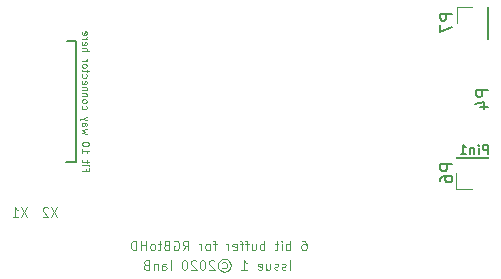
<source format=gbo>
G04 #@! TF.GenerationSoftware,KiCad,Pcbnew,(5.1.4)-1*
G04 #@! TF.CreationDate,2020-03-17T17:23:08+00:00*
G04 #@! TF.ProjectId,buffer,62756666-6572-42e6-9b69-6361645f7063,rev?*
G04 #@! TF.SameCoordinates,Original*
G04 #@! TF.FileFunction,Legend,Bot*
G04 #@! TF.FilePolarity,Positive*
%FSLAX46Y46*%
G04 Gerber Fmt 4.6, Leading zero omitted, Abs format (unit mm)*
G04 Created by KiCad (PCBNEW (5.1.4)-1) date 2020-03-17 17:23:08*
%MOMM*%
%LPD*%
G04 APERTURE LIST*
%ADD10C,0.150000*%
%ADD11C,0.120000*%
%ADD12C,0.100000*%
G04 APERTURE END LIST*
D10*
X77374857Y-43882864D02*
X77374857Y-43082864D01*
X77070095Y-43082864D01*
X76993904Y-43120960D01*
X76955809Y-43159055D01*
X76917714Y-43235245D01*
X76917714Y-43349531D01*
X76955809Y-43425721D01*
X76993904Y-43463817D01*
X77070095Y-43501912D01*
X77374857Y-43501912D01*
X76574857Y-43882864D02*
X76574857Y-43349531D01*
X76574857Y-43082864D02*
X76612952Y-43120960D01*
X76574857Y-43159055D01*
X76536761Y-43120960D01*
X76574857Y-43082864D01*
X76574857Y-43159055D01*
X76193904Y-43349531D02*
X76193904Y-43882864D01*
X76193904Y-43425721D02*
X76155809Y-43387626D01*
X76079619Y-43349531D01*
X75965333Y-43349531D01*
X75889142Y-43387626D01*
X75851047Y-43463817D01*
X75851047Y-43882864D01*
X75051047Y-43882864D02*
X75508190Y-43882864D01*
X75279619Y-43882864D02*
X75279619Y-43082864D01*
X75355809Y-43197150D01*
X75432000Y-43273340D01*
X75508190Y-43311436D01*
D11*
X40925219Y-48390864D02*
X40391885Y-49190864D01*
X40391885Y-48390864D02*
X40925219Y-49190864D01*
X40125219Y-48467055D02*
X40087123Y-48428960D01*
X40010933Y-48390864D01*
X39820457Y-48390864D01*
X39744266Y-48428960D01*
X39706171Y-48467055D01*
X39668076Y-48543245D01*
X39668076Y-48619436D01*
X39706171Y-48733721D01*
X40163314Y-49190864D01*
X39668076Y-49190864D01*
X38385219Y-48390864D02*
X37851885Y-49190864D01*
X37851885Y-48390864D02*
X38385219Y-49190864D01*
X37128076Y-49190864D02*
X37585219Y-49190864D01*
X37356647Y-49190864D02*
X37356647Y-48390864D01*
X37432838Y-48505150D01*
X37509028Y-48581340D01*
X37585219Y-48619436D01*
D12*
X43317657Y-45145245D02*
X43317657Y-45345245D01*
X43003371Y-45345245D02*
X43603371Y-45345245D01*
X43603371Y-45059531D01*
X43003371Y-44830960D02*
X43403371Y-44830960D01*
X43603371Y-44830960D02*
X43574800Y-44859531D01*
X43546228Y-44830960D01*
X43574800Y-44802388D01*
X43603371Y-44830960D01*
X43546228Y-44830960D01*
X43403371Y-44630960D02*
X43403371Y-44402388D01*
X43603371Y-44545245D02*
X43089085Y-44545245D01*
X43031942Y-44516674D01*
X43003371Y-44459531D01*
X43003371Y-44402388D01*
X43003371Y-43430960D02*
X43003371Y-43773817D01*
X43003371Y-43602388D02*
X43603371Y-43602388D01*
X43517657Y-43659531D01*
X43460514Y-43716674D01*
X43431942Y-43773817D01*
X43603371Y-43059531D02*
X43603371Y-43002388D01*
X43574800Y-42945245D01*
X43546228Y-42916674D01*
X43489085Y-42888102D01*
X43374800Y-42859531D01*
X43231942Y-42859531D01*
X43117657Y-42888102D01*
X43060514Y-42916674D01*
X43031942Y-42945245D01*
X43003371Y-43002388D01*
X43003371Y-43059531D01*
X43031942Y-43116674D01*
X43060514Y-43145245D01*
X43117657Y-43173817D01*
X43231942Y-43202388D01*
X43374800Y-43202388D01*
X43489085Y-43173817D01*
X43546228Y-43145245D01*
X43574800Y-43116674D01*
X43603371Y-43059531D01*
X43403371Y-42202388D02*
X43003371Y-42088102D01*
X43289085Y-41973817D01*
X43003371Y-41859531D01*
X43403371Y-41745245D01*
X43003371Y-41259531D02*
X43317657Y-41259531D01*
X43374800Y-41288102D01*
X43403371Y-41345245D01*
X43403371Y-41459531D01*
X43374800Y-41516674D01*
X43031942Y-41259531D02*
X43003371Y-41316674D01*
X43003371Y-41459531D01*
X43031942Y-41516674D01*
X43089085Y-41545245D01*
X43146228Y-41545245D01*
X43203371Y-41516674D01*
X43231942Y-41459531D01*
X43231942Y-41316674D01*
X43260514Y-41259531D01*
X43403371Y-41030960D02*
X43003371Y-40888102D01*
X43403371Y-40745245D02*
X43003371Y-40888102D01*
X42860514Y-40945245D01*
X42831942Y-40973817D01*
X42803371Y-41030960D01*
X43031942Y-39802388D02*
X43003371Y-39859531D01*
X43003371Y-39973817D01*
X43031942Y-40030960D01*
X43060514Y-40059531D01*
X43117657Y-40088102D01*
X43289085Y-40088102D01*
X43346228Y-40059531D01*
X43374800Y-40030960D01*
X43403371Y-39973817D01*
X43403371Y-39859531D01*
X43374800Y-39802388D01*
X43003371Y-39459531D02*
X43031942Y-39516674D01*
X43060514Y-39545245D01*
X43117657Y-39573817D01*
X43289085Y-39573817D01*
X43346228Y-39545245D01*
X43374800Y-39516674D01*
X43403371Y-39459531D01*
X43403371Y-39373817D01*
X43374800Y-39316674D01*
X43346228Y-39288102D01*
X43289085Y-39259531D01*
X43117657Y-39259531D01*
X43060514Y-39288102D01*
X43031942Y-39316674D01*
X43003371Y-39373817D01*
X43003371Y-39459531D01*
X43403371Y-39002388D02*
X43003371Y-39002388D01*
X43346228Y-39002388D02*
X43374800Y-38973817D01*
X43403371Y-38916674D01*
X43403371Y-38830960D01*
X43374800Y-38773817D01*
X43317657Y-38745245D01*
X43003371Y-38745245D01*
X43403371Y-38459531D02*
X43003371Y-38459531D01*
X43346228Y-38459531D02*
X43374800Y-38430960D01*
X43403371Y-38373817D01*
X43403371Y-38288102D01*
X43374800Y-38230960D01*
X43317657Y-38202388D01*
X43003371Y-38202388D01*
X43031942Y-37688102D02*
X43003371Y-37745245D01*
X43003371Y-37859531D01*
X43031942Y-37916674D01*
X43089085Y-37945245D01*
X43317657Y-37945245D01*
X43374800Y-37916674D01*
X43403371Y-37859531D01*
X43403371Y-37745245D01*
X43374800Y-37688102D01*
X43317657Y-37659531D01*
X43260514Y-37659531D01*
X43203371Y-37945245D01*
X43031942Y-37145245D02*
X43003371Y-37202388D01*
X43003371Y-37316674D01*
X43031942Y-37373817D01*
X43060514Y-37402388D01*
X43117657Y-37430960D01*
X43289085Y-37430960D01*
X43346228Y-37402388D01*
X43374800Y-37373817D01*
X43403371Y-37316674D01*
X43403371Y-37202388D01*
X43374800Y-37145245D01*
X43403371Y-36973817D02*
X43403371Y-36745245D01*
X43603371Y-36888102D02*
X43089085Y-36888102D01*
X43031942Y-36859531D01*
X43003371Y-36802388D01*
X43003371Y-36745245D01*
X43003371Y-36459531D02*
X43031942Y-36516674D01*
X43060514Y-36545245D01*
X43117657Y-36573817D01*
X43289085Y-36573817D01*
X43346228Y-36545245D01*
X43374800Y-36516674D01*
X43403371Y-36459531D01*
X43403371Y-36373817D01*
X43374800Y-36316674D01*
X43346228Y-36288102D01*
X43289085Y-36259531D01*
X43117657Y-36259531D01*
X43060514Y-36288102D01*
X43031942Y-36316674D01*
X43003371Y-36373817D01*
X43003371Y-36459531D01*
X43003371Y-36002388D02*
X43403371Y-36002388D01*
X43289085Y-36002388D02*
X43346228Y-35973817D01*
X43374800Y-35945245D01*
X43403371Y-35888102D01*
X43403371Y-35830960D01*
X43003371Y-35173817D02*
X43603371Y-35173817D01*
X43003371Y-34916674D02*
X43317657Y-34916674D01*
X43374800Y-34945245D01*
X43403371Y-35002388D01*
X43403371Y-35088102D01*
X43374800Y-35145245D01*
X43346228Y-35173817D01*
X43031942Y-34402388D02*
X43003371Y-34459531D01*
X43003371Y-34573817D01*
X43031942Y-34630960D01*
X43089085Y-34659531D01*
X43317657Y-34659531D01*
X43374800Y-34630960D01*
X43403371Y-34573817D01*
X43403371Y-34459531D01*
X43374800Y-34402388D01*
X43317657Y-34373817D01*
X43260514Y-34373817D01*
X43203371Y-34659531D01*
X43003371Y-34116674D02*
X43403371Y-34116674D01*
X43289085Y-34116674D02*
X43346228Y-34088102D01*
X43374800Y-34059531D01*
X43403371Y-34002388D01*
X43403371Y-33945245D01*
X43031942Y-33516674D02*
X43003371Y-33573817D01*
X43003371Y-33688102D01*
X43031942Y-33745245D01*
X43089085Y-33773817D01*
X43317657Y-33773817D01*
X43374800Y-33745245D01*
X43403371Y-33688102D01*
X43403371Y-33573817D01*
X43374800Y-33516674D01*
X43317657Y-33488102D01*
X43260514Y-33488102D01*
X43203371Y-33773817D01*
D10*
X42462000Y-34300160D02*
X41700000Y-34300160D01*
X42462000Y-44561760D02*
X42462000Y-34300160D01*
X41649200Y-44561760D02*
X42462000Y-44561760D01*
D11*
X61644466Y-51222964D02*
X61796847Y-51222964D01*
X61873038Y-51261060D01*
X61911133Y-51299155D01*
X61987323Y-51413440D01*
X62025419Y-51565821D01*
X62025419Y-51870583D01*
X61987323Y-51946774D01*
X61949228Y-51984869D01*
X61873038Y-52022964D01*
X61720657Y-52022964D01*
X61644466Y-51984869D01*
X61606371Y-51946774D01*
X61568276Y-51870583D01*
X61568276Y-51680107D01*
X61606371Y-51603917D01*
X61644466Y-51565821D01*
X61720657Y-51527726D01*
X61873038Y-51527726D01*
X61949228Y-51565821D01*
X61987323Y-51603917D01*
X62025419Y-51680107D01*
X60615895Y-52022964D02*
X60615895Y-51222964D01*
X60615895Y-51527726D02*
X60539704Y-51489631D01*
X60387323Y-51489631D01*
X60311133Y-51527726D01*
X60273038Y-51565821D01*
X60234942Y-51642012D01*
X60234942Y-51870583D01*
X60273038Y-51946774D01*
X60311133Y-51984869D01*
X60387323Y-52022964D01*
X60539704Y-52022964D01*
X60615895Y-51984869D01*
X59892085Y-52022964D02*
X59892085Y-51489631D01*
X59892085Y-51222964D02*
X59930180Y-51261060D01*
X59892085Y-51299155D01*
X59853990Y-51261060D01*
X59892085Y-51222964D01*
X59892085Y-51299155D01*
X59625419Y-51489631D02*
X59320657Y-51489631D01*
X59511133Y-51222964D02*
X59511133Y-51908679D01*
X59473038Y-51984869D01*
X59396847Y-52022964D01*
X59320657Y-52022964D01*
X58444466Y-52022964D02*
X58444466Y-51222964D01*
X58444466Y-51527726D02*
X58368276Y-51489631D01*
X58215895Y-51489631D01*
X58139704Y-51527726D01*
X58101609Y-51565821D01*
X58063514Y-51642012D01*
X58063514Y-51870583D01*
X58101609Y-51946774D01*
X58139704Y-51984869D01*
X58215895Y-52022964D01*
X58368276Y-52022964D01*
X58444466Y-51984869D01*
X57377800Y-51489631D02*
X57377800Y-52022964D01*
X57720657Y-51489631D02*
X57720657Y-51908679D01*
X57682561Y-51984869D01*
X57606371Y-52022964D01*
X57492085Y-52022964D01*
X57415895Y-51984869D01*
X57377800Y-51946774D01*
X57111133Y-51489631D02*
X56806371Y-51489631D01*
X56996847Y-52022964D02*
X56996847Y-51337250D01*
X56958752Y-51261060D01*
X56882561Y-51222964D01*
X56806371Y-51222964D01*
X56653990Y-51489631D02*
X56349228Y-51489631D01*
X56539704Y-52022964D02*
X56539704Y-51337250D01*
X56501609Y-51261060D01*
X56425419Y-51222964D01*
X56349228Y-51222964D01*
X55777800Y-51984869D02*
X55853990Y-52022964D01*
X56006371Y-52022964D01*
X56082561Y-51984869D01*
X56120657Y-51908679D01*
X56120657Y-51603917D01*
X56082561Y-51527726D01*
X56006371Y-51489631D01*
X55853990Y-51489631D01*
X55777800Y-51527726D01*
X55739704Y-51603917D01*
X55739704Y-51680107D01*
X56120657Y-51756298D01*
X55396847Y-52022964D02*
X55396847Y-51489631D01*
X55396847Y-51642012D02*
X55358752Y-51565821D01*
X55320657Y-51527726D01*
X55244466Y-51489631D01*
X55168276Y-51489631D01*
X54406371Y-51489631D02*
X54101609Y-51489631D01*
X54292085Y-52022964D02*
X54292085Y-51337250D01*
X54253990Y-51261060D01*
X54177800Y-51222964D01*
X54101609Y-51222964D01*
X53720657Y-52022964D02*
X53796847Y-51984869D01*
X53834942Y-51946774D01*
X53873038Y-51870583D01*
X53873038Y-51642012D01*
X53834942Y-51565821D01*
X53796847Y-51527726D01*
X53720657Y-51489631D01*
X53606371Y-51489631D01*
X53530180Y-51527726D01*
X53492085Y-51565821D01*
X53453990Y-51642012D01*
X53453990Y-51870583D01*
X53492085Y-51946774D01*
X53530180Y-51984869D01*
X53606371Y-52022964D01*
X53720657Y-52022964D01*
X53111133Y-52022964D02*
X53111133Y-51489631D01*
X53111133Y-51642012D02*
X53073038Y-51565821D01*
X53034942Y-51527726D01*
X52958752Y-51489631D01*
X52882561Y-51489631D01*
X51549228Y-52022964D02*
X51815895Y-51642012D01*
X52006371Y-52022964D02*
X52006371Y-51222964D01*
X51701609Y-51222964D01*
X51625419Y-51261060D01*
X51587323Y-51299155D01*
X51549228Y-51375345D01*
X51549228Y-51489631D01*
X51587323Y-51565821D01*
X51625419Y-51603917D01*
X51701609Y-51642012D01*
X52006371Y-51642012D01*
X50787323Y-51261060D02*
X50863514Y-51222964D01*
X50977800Y-51222964D01*
X51092085Y-51261060D01*
X51168276Y-51337250D01*
X51206371Y-51413440D01*
X51244466Y-51565821D01*
X51244466Y-51680107D01*
X51206371Y-51832488D01*
X51168276Y-51908679D01*
X51092085Y-51984869D01*
X50977800Y-52022964D01*
X50901609Y-52022964D01*
X50787323Y-51984869D01*
X50749228Y-51946774D01*
X50749228Y-51680107D01*
X50901609Y-51680107D01*
X50139704Y-51603917D02*
X50025419Y-51642012D01*
X49987323Y-51680107D01*
X49949228Y-51756298D01*
X49949228Y-51870583D01*
X49987323Y-51946774D01*
X50025419Y-51984869D01*
X50101609Y-52022964D01*
X50406371Y-52022964D01*
X50406371Y-51222964D01*
X50139704Y-51222964D01*
X50063514Y-51261060D01*
X50025419Y-51299155D01*
X49987323Y-51375345D01*
X49987323Y-51451536D01*
X50025419Y-51527726D01*
X50063514Y-51565821D01*
X50139704Y-51603917D01*
X50406371Y-51603917D01*
X49720657Y-51489631D02*
X49415895Y-51489631D01*
X49606371Y-51222964D02*
X49606371Y-51908679D01*
X49568276Y-51984869D01*
X49492085Y-52022964D01*
X49415895Y-52022964D01*
X49034942Y-52022964D02*
X49111133Y-51984869D01*
X49149228Y-51946774D01*
X49187323Y-51870583D01*
X49187323Y-51642012D01*
X49149228Y-51565821D01*
X49111133Y-51527726D01*
X49034942Y-51489631D01*
X48920657Y-51489631D01*
X48844466Y-51527726D01*
X48806371Y-51565821D01*
X48768276Y-51642012D01*
X48768276Y-51870583D01*
X48806371Y-51946774D01*
X48844466Y-51984869D01*
X48920657Y-52022964D01*
X49034942Y-52022964D01*
X48425419Y-52022964D02*
X48425419Y-51222964D01*
X48425419Y-51603917D02*
X47968276Y-51603917D01*
X47968276Y-52022964D02*
X47968276Y-51222964D01*
X47587323Y-52022964D02*
X47587323Y-51222964D01*
X47396847Y-51222964D01*
X47282561Y-51261060D01*
X47206371Y-51337250D01*
X47168276Y-51413440D01*
X47130180Y-51565821D01*
X47130180Y-51680107D01*
X47168276Y-51832488D01*
X47206371Y-51908679D01*
X47282561Y-51984869D01*
X47396847Y-52022964D01*
X47587323Y-52022964D01*
X60609528Y-53686664D02*
X60609528Y-52886664D01*
X60266671Y-53648569D02*
X60190480Y-53686664D01*
X60038100Y-53686664D01*
X59961909Y-53648569D01*
X59923814Y-53572379D01*
X59923814Y-53534283D01*
X59961909Y-53458093D01*
X60038100Y-53419998D01*
X60152385Y-53419998D01*
X60228576Y-53381902D01*
X60266671Y-53305712D01*
X60266671Y-53267617D01*
X60228576Y-53191426D01*
X60152385Y-53153331D01*
X60038100Y-53153331D01*
X59961909Y-53191426D01*
X59619052Y-53648569D02*
X59542861Y-53686664D01*
X59390480Y-53686664D01*
X59314290Y-53648569D01*
X59276195Y-53572379D01*
X59276195Y-53534283D01*
X59314290Y-53458093D01*
X59390480Y-53419998D01*
X59504766Y-53419998D01*
X59580957Y-53381902D01*
X59619052Y-53305712D01*
X59619052Y-53267617D01*
X59580957Y-53191426D01*
X59504766Y-53153331D01*
X59390480Y-53153331D01*
X59314290Y-53191426D01*
X58590480Y-53153331D02*
X58590480Y-53686664D01*
X58933338Y-53153331D02*
X58933338Y-53572379D01*
X58895242Y-53648569D01*
X58819052Y-53686664D01*
X58704766Y-53686664D01*
X58628576Y-53648569D01*
X58590480Y-53610474D01*
X57904766Y-53648569D02*
X57980957Y-53686664D01*
X58133338Y-53686664D01*
X58209528Y-53648569D01*
X58247623Y-53572379D01*
X58247623Y-53267617D01*
X58209528Y-53191426D01*
X58133338Y-53153331D01*
X57980957Y-53153331D01*
X57904766Y-53191426D01*
X57866671Y-53267617D01*
X57866671Y-53343807D01*
X58247623Y-53419998D01*
X56495242Y-53686664D02*
X56952385Y-53686664D01*
X56723814Y-53686664D02*
X56723814Y-52886664D01*
X56800004Y-53000950D01*
X56876195Y-53077140D01*
X56952385Y-53115236D01*
X54895242Y-53077140D02*
X54971433Y-53039045D01*
X55123814Y-53039045D01*
X55200004Y-53077140D01*
X55276195Y-53153331D01*
X55314290Y-53229521D01*
X55314290Y-53381902D01*
X55276195Y-53458093D01*
X55200004Y-53534283D01*
X55123814Y-53572379D01*
X54971433Y-53572379D01*
X54895242Y-53534283D01*
X55047623Y-52772379D02*
X55238100Y-52810474D01*
X55428576Y-52924760D01*
X55542861Y-53115236D01*
X55580957Y-53305712D01*
X55542861Y-53496188D01*
X55428576Y-53686664D01*
X55238100Y-53800950D01*
X55047623Y-53839045D01*
X54857147Y-53800950D01*
X54666671Y-53686664D01*
X54552385Y-53496188D01*
X54514290Y-53305712D01*
X54552385Y-53115236D01*
X54666671Y-52924760D01*
X54857147Y-52810474D01*
X55047623Y-52772379D01*
X54209528Y-52962855D02*
X54171433Y-52924760D01*
X54095242Y-52886664D01*
X53904766Y-52886664D01*
X53828576Y-52924760D01*
X53790480Y-52962855D01*
X53752385Y-53039045D01*
X53752385Y-53115236D01*
X53790480Y-53229521D01*
X54247623Y-53686664D01*
X53752385Y-53686664D01*
X53257147Y-52886664D02*
X53180957Y-52886664D01*
X53104766Y-52924760D01*
X53066671Y-52962855D01*
X53028576Y-53039045D01*
X52990480Y-53191426D01*
X52990480Y-53381902D01*
X53028576Y-53534283D01*
X53066671Y-53610474D01*
X53104766Y-53648569D01*
X53180957Y-53686664D01*
X53257147Y-53686664D01*
X53333338Y-53648569D01*
X53371433Y-53610474D01*
X53409528Y-53534283D01*
X53447623Y-53381902D01*
X53447623Y-53191426D01*
X53409528Y-53039045D01*
X53371433Y-52962855D01*
X53333338Y-52924760D01*
X53257147Y-52886664D01*
X52685719Y-52962855D02*
X52647623Y-52924760D01*
X52571433Y-52886664D01*
X52380957Y-52886664D01*
X52304766Y-52924760D01*
X52266671Y-52962855D01*
X52228576Y-53039045D01*
X52228576Y-53115236D01*
X52266671Y-53229521D01*
X52723814Y-53686664D01*
X52228576Y-53686664D01*
X51733338Y-52886664D02*
X51657147Y-52886664D01*
X51580957Y-52924760D01*
X51542861Y-52962855D01*
X51504766Y-53039045D01*
X51466671Y-53191426D01*
X51466671Y-53381902D01*
X51504766Y-53534283D01*
X51542861Y-53610474D01*
X51580957Y-53648569D01*
X51657147Y-53686664D01*
X51733338Y-53686664D01*
X51809528Y-53648569D01*
X51847623Y-53610474D01*
X51885719Y-53534283D01*
X51923814Y-53381902D01*
X51923814Y-53191426D01*
X51885719Y-53039045D01*
X51847623Y-52962855D01*
X51809528Y-52924760D01*
X51733338Y-52886664D01*
X50514290Y-53686664D02*
X50514290Y-52886664D01*
X49790480Y-53686664D02*
X49790480Y-53267617D01*
X49828576Y-53191426D01*
X49904766Y-53153331D01*
X50057147Y-53153331D01*
X50133338Y-53191426D01*
X49790480Y-53648569D02*
X49866671Y-53686664D01*
X50057147Y-53686664D01*
X50133338Y-53648569D01*
X50171433Y-53572379D01*
X50171433Y-53496188D01*
X50133338Y-53419998D01*
X50057147Y-53381902D01*
X49866671Y-53381902D01*
X49790480Y-53343807D01*
X49409528Y-53153331D02*
X49409528Y-53686664D01*
X49409528Y-53229521D02*
X49371433Y-53191426D01*
X49295242Y-53153331D01*
X49180957Y-53153331D01*
X49104766Y-53191426D01*
X49066671Y-53267617D01*
X49066671Y-53686664D01*
X48419052Y-53267617D02*
X48304766Y-53305712D01*
X48266671Y-53343807D01*
X48228576Y-53419998D01*
X48228576Y-53534283D01*
X48266671Y-53610474D01*
X48304766Y-53648569D01*
X48380957Y-53686664D01*
X48685719Y-53686664D01*
X48685719Y-52886664D01*
X48419052Y-52886664D01*
X48342861Y-52924760D01*
X48304766Y-52962855D01*
X48266671Y-53039045D01*
X48266671Y-53115236D01*
X48304766Y-53191426D01*
X48342861Y-53229521D01*
X48419052Y-53267617D01*
X48685719Y-53267617D01*
X74703180Y-44174100D02*
X77363180Y-44174100D01*
X74703180Y-44234100D02*
X74703180Y-44174100D01*
X77363180Y-44234100D02*
X77363180Y-44174100D01*
X74703180Y-44234100D02*
X77363180Y-44234100D01*
X74703180Y-45504100D02*
X74703180Y-46834100D01*
X74703180Y-46834100D02*
X76033180Y-46834100D01*
X77370800Y-31471560D02*
X77370800Y-34131560D01*
X77310800Y-31471560D02*
X77370800Y-31471560D01*
X77310800Y-34131560D02*
X77370800Y-34131560D01*
X77310800Y-31471560D02*
X77310800Y-34131560D01*
X76040800Y-31471560D02*
X74710800Y-31471560D01*
X74710800Y-31471560D02*
X74710800Y-32801560D01*
D10*
X77364380Y-38482864D02*
X76364380Y-38482864D01*
X76364380Y-38863817D01*
X76412000Y-38959055D01*
X76459619Y-39006674D01*
X76554857Y-39054293D01*
X76697714Y-39054293D01*
X76792952Y-39006674D01*
X76840571Y-38959055D01*
X76888190Y-38863817D01*
X76888190Y-38482864D01*
X76697714Y-39911436D02*
X77364380Y-39911436D01*
X76316761Y-39673340D02*
X77031047Y-39435245D01*
X77031047Y-40054293D01*
X74351960Y-44766004D02*
X73351960Y-44766004D01*
X73351960Y-45146957D01*
X73399580Y-45242195D01*
X73447199Y-45289814D01*
X73542437Y-45337433D01*
X73685294Y-45337433D01*
X73780532Y-45289814D01*
X73828151Y-45242195D01*
X73875770Y-45146957D01*
X73875770Y-44766004D01*
X73351960Y-46194576D02*
X73351960Y-46004100D01*
X73399580Y-45908861D01*
X73447199Y-45861242D01*
X73590056Y-45766004D01*
X73780532Y-45718385D01*
X74161484Y-45718385D01*
X74256722Y-45766004D01*
X74304341Y-45813623D01*
X74351960Y-45908861D01*
X74351960Y-46099338D01*
X74304341Y-46194576D01*
X74256722Y-46242195D01*
X74161484Y-46289814D01*
X73923389Y-46289814D01*
X73828151Y-46242195D01*
X73780532Y-46194576D01*
X73732913Y-46099338D01*
X73732913Y-45908861D01*
X73780532Y-45813623D01*
X73828151Y-45766004D01*
X73923389Y-45718385D01*
X74308780Y-32012664D02*
X73308780Y-32012664D01*
X73308780Y-32393617D01*
X73356400Y-32488855D01*
X73404019Y-32536474D01*
X73499257Y-32584093D01*
X73642114Y-32584093D01*
X73737352Y-32536474D01*
X73784971Y-32488855D01*
X73832590Y-32393617D01*
X73832590Y-32012664D01*
X73308780Y-32917426D02*
X73308780Y-33584093D01*
X74308780Y-33155521D01*
M02*

</source>
